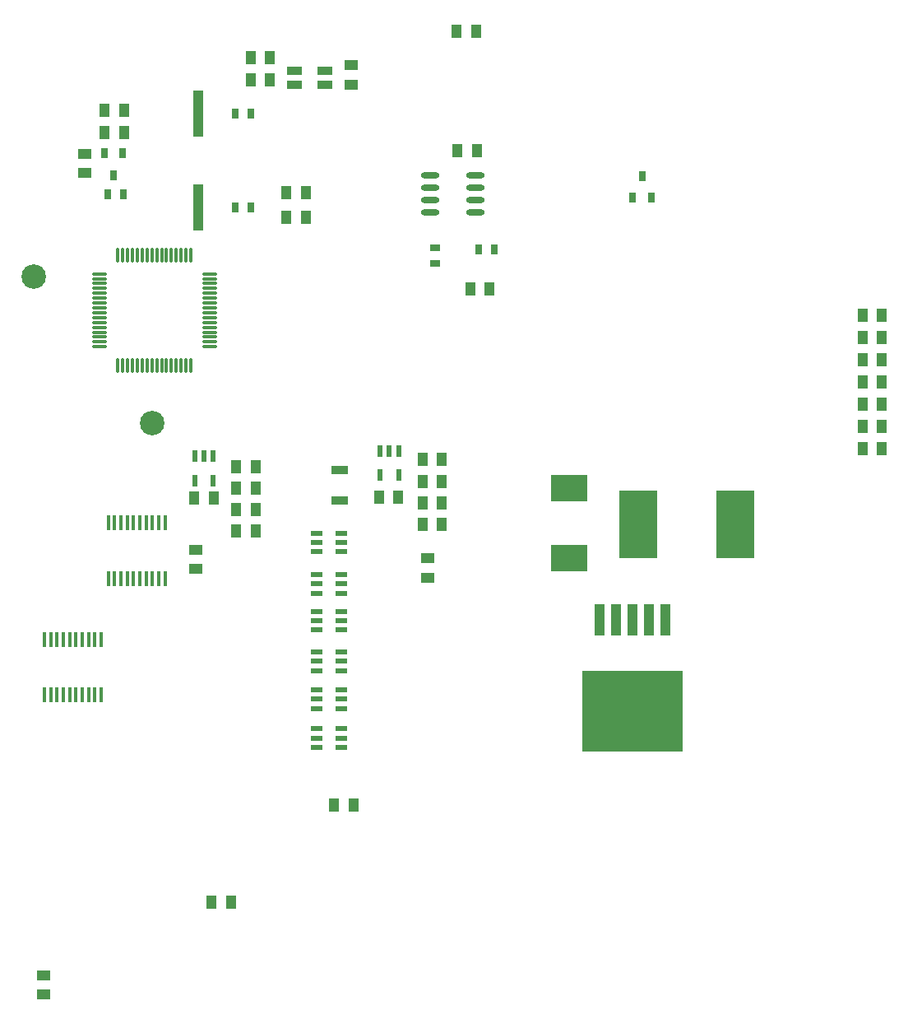
<source format=gtp>
G04*
G04 #@! TF.GenerationSoftware,Altium Limited,Altium Designer,20.0.13 (296)*
G04*
G04 Layer_Color=8421504*
%FSLAX44Y44*%
%MOMM*%
G71*
G01*
G75*
%ADD17C,2.5240*%
G04:AMPARAMS|DCode=18|XSize=1.57mm|YSize=0.41mm|CornerRadius=0.0513mm|HoleSize=0mm|Usage=FLASHONLY|Rotation=270.000|XOffset=0mm|YOffset=0mm|HoleType=Round|Shape=RoundedRectangle|*
%AMROUNDEDRECTD18*
21,1,1.5700,0.3075,0,0,270.0*
21,1,1.4675,0.4100,0,0,270.0*
1,1,0.1025,-0.1538,-0.7338*
1,1,0.1025,-0.1538,0.7338*
1,1,0.1025,0.1538,0.7338*
1,1,0.1025,0.1538,-0.7338*
%
%ADD18ROUNDEDRECTD18*%
%ADD19R,0.8000X1.1000*%
G04:AMPARAMS|DCode=20|XSize=1.47mm|YSize=0.28mm|CornerRadius=0.035mm|HoleSize=0mm|Usage=FLASHONLY|Rotation=270.000|XOffset=0mm|YOffset=0mm|HoleType=Round|Shape=RoundedRectangle|*
%AMROUNDEDRECTD20*
21,1,1.4700,0.2100,0,0,270.0*
21,1,1.4000,0.2800,0,0,270.0*
1,1,0.0700,-0.1050,-0.7000*
1,1,0.0700,-0.1050,0.7000*
1,1,0.0700,0.1050,0.7000*
1,1,0.0700,0.1050,-0.7000*
%
%ADD20ROUNDEDRECTD20*%
G04:AMPARAMS|DCode=21|XSize=1.47mm|YSize=0.28mm|CornerRadius=0.035mm|HoleSize=0mm|Usage=FLASHONLY|Rotation=0.000|XOffset=0mm|YOffset=0mm|HoleType=Round|Shape=RoundedRectangle|*
%AMROUNDEDRECTD21*
21,1,1.4700,0.2100,0,0,0.0*
21,1,1.4000,0.2800,0,0,0.0*
1,1,0.0700,0.7000,-0.1050*
1,1,0.0700,-0.7000,-0.1050*
1,1,0.0700,-0.7000,0.1050*
1,1,0.0700,0.7000,0.1050*
%
%ADD21ROUNDEDRECTD21*%
%ADD22R,1.0000X1.4000*%
%ADD23R,0.8000X1.0000*%
%ADD24R,1.4000X1.0000*%
%ADD25R,1.1000X4.8000*%
%ADD26R,1.8000X0.9000*%
%ADD27R,0.5900X1.2100*%
%ADD28R,1.0000X0.8000*%
%ADD29O,1.9000X0.6000*%
%ADD30R,1.0500X3.2000*%
%ADD31R,10.4500X8.3000*%
%ADD32R,4.0000X7.0000*%
%ADD33R,3.8100X2.7940*%
%ADD34R,1.2100X0.5800*%
%ADD35R,1.5000X0.9000*%
D17*
X163000Y700000D02*
D03*
X41000Y851000D02*
D03*
D18*
X176000Y597400D02*
D03*
X169500D02*
D03*
X163000D02*
D03*
X156500D02*
D03*
X150000D02*
D03*
X143500D02*
D03*
X137000D02*
D03*
X130500D02*
D03*
X124000D02*
D03*
X117500D02*
D03*
Y540000D02*
D03*
X124000D02*
D03*
X130500D02*
D03*
X137000D02*
D03*
X143500D02*
D03*
X150000D02*
D03*
X156500D02*
D03*
X163000D02*
D03*
X169500D02*
D03*
X176000D02*
D03*
X110250Y477700D02*
D03*
X103750D02*
D03*
X97250D02*
D03*
X90750D02*
D03*
X84250D02*
D03*
X77750D02*
D03*
X71250D02*
D03*
X64750D02*
D03*
X58250D02*
D03*
X51750D02*
D03*
Y420300D02*
D03*
X58250D02*
D03*
X64750D02*
D03*
X71250D02*
D03*
X77750D02*
D03*
X84250D02*
D03*
X90750D02*
D03*
X97250D02*
D03*
X103750D02*
D03*
X110250D02*
D03*
D19*
X132569Y977486D02*
D03*
X113569D02*
D03*
X123069Y954986D02*
D03*
X667000Y954250D02*
D03*
X676500Y931750D02*
D03*
X657500D02*
D03*
D20*
X202500Y759300D02*
D03*
X197500D02*
D03*
X192500D02*
D03*
X187500D02*
D03*
X182500D02*
D03*
X177500D02*
D03*
X172500D02*
D03*
X167500D02*
D03*
X162500D02*
D03*
X157500D02*
D03*
X152500D02*
D03*
X147500D02*
D03*
X142500D02*
D03*
X137500D02*
D03*
X132500D02*
D03*
X127500D02*
D03*
Y872700D02*
D03*
X132500D02*
D03*
X137500D02*
D03*
X142500D02*
D03*
X147500D02*
D03*
X152500D02*
D03*
X157500D02*
D03*
X162500D02*
D03*
X167500D02*
D03*
X172500D02*
D03*
X177500D02*
D03*
X182500D02*
D03*
X187500D02*
D03*
X192500D02*
D03*
X197500D02*
D03*
X202500D02*
D03*
D21*
X221700Y853500D02*
D03*
Y848500D02*
D03*
Y843500D02*
D03*
Y838500D02*
D03*
Y833500D02*
D03*
Y828500D02*
D03*
Y823500D02*
D03*
Y818500D02*
D03*
Y813500D02*
D03*
Y808500D02*
D03*
Y803500D02*
D03*
Y798500D02*
D03*
Y793500D02*
D03*
Y788500D02*
D03*
Y783500D02*
D03*
Y778500D02*
D03*
X108300D02*
D03*
Y783500D02*
D03*
Y788500D02*
D03*
Y793500D02*
D03*
Y798500D02*
D03*
Y803500D02*
D03*
Y808500D02*
D03*
Y813500D02*
D03*
Y818500D02*
D03*
Y823500D02*
D03*
Y828500D02*
D03*
Y833500D02*
D03*
Y838500D02*
D03*
Y843500D02*
D03*
Y848500D02*
D03*
Y853500D02*
D03*
D22*
X321000Y912000D02*
D03*
X301000D02*
D03*
X476000Y1103000D02*
D03*
X496000D02*
D03*
X134000Y999000D02*
D03*
X114000D02*
D03*
X134000Y1022000D02*
D03*
X114000D02*
D03*
X269000Y655000D02*
D03*
X249000D02*
D03*
Y633000D02*
D03*
X269000D02*
D03*
Y611000D02*
D03*
X249000D02*
D03*
Y589000D02*
D03*
X269000D02*
D03*
X416000Y624000D02*
D03*
X396000D02*
D03*
X441000Y663000D02*
D03*
X461000D02*
D03*
Y640000D02*
D03*
X441000D02*
D03*
Y618000D02*
D03*
X461000D02*
D03*
Y596000D02*
D03*
X441000D02*
D03*
X264000Y1053000D02*
D03*
X284000D02*
D03*
X264000Y1076000D02*
D03*
X284000D02*
D03*
X226000Y623000D02*
D03*
X206000D02*
D03*
X477000Y980000D02*
D03*
X497000D02*
D03*
X490000Y838000D02*
D03*
X510000D02*
D03*
X321000Y937000D02*
D03*
X301000D02*
D03*
X350000Y307000D02*
D03*
X370000D02*
D03*
X914000Y811000D02*
D03*
X894000D02*
D03*
X914000Y788167D02*
D03*
X894000D02*
D03*
X914000Y765333D02*
D03*
X894000D02*
D03*
X914000Y742500D02*
D03*
X894000D02*
D03*
X914000Y719667D02*
D03*
X894000D02*
D03*
X914000Y696833D02*
D03*
X894000D02*
D03*
X914000Y674000D02*
D03*
X894000D02*
D03*
X224000Y207000D02*
D03*
X244000D02*
D03*
D23*
X264000Y922000D02*
D03*
X248000D02*
D03*
X264000Y1018000D02*
D03*
X248000D02*
D03*
X117000Y935000D02*
D03*
X133000D02*
D03*
X499000Y879000D02*
D03*
X515000D02*
D03*
D24*
X93000Y977000D02*
D03*
Y957000D02*
D03*
X368000Y1068000D02*
D03*
Y1048000D02*
D03*
X208000Y570000D02*
D03*
Y550000D02*
D03*
X51000Y132000D02*
D03*
Y112000D02*
D03*
X446000Y561000D02*
D03*
Y541000D02*
D03*
D25*
X210000Y922000D02*
D03*
Y1018000D02*
D03*
D26*
X356000Y652000D02*
D03*
Y620000D02*
D03*
D27*
X416500Y671550D02*
D03*
X407000D02*
D03*
X397500D02*
D03*
Y646450D02*
D03*
X416500D02*
D03*
X225500Y666000D02*
D03*
X216000D02*
D03*
X206500D02*
D03*
Y640900D02*
D03*
X225500D02*
D03*
D28*
X454000Y880000D02*
D03*
Y864000D02*
D03*
D29*
X448500Y955050D02*
D03*
Y942350D02*
D03*
Y929650D02*
D03*
Y916950D02*
D03*
X495500Y955050D02*
D03*
Y942350D02*
D03*
Y929650D02*
D03*
Y916950D02*
D03*
D30*
X691000Y498000D02*
D03*
X674000D02*
D03*
X657000D02*
D03*
X640000D02*
D03*
X623000D02*
D03*
D31*
X657000Y403500D02*
D03*
D32*
X763000Y596000D02*
D03*
X663000D02*
D03*
D33*
X592000Y561315D02*
D03*
Y632685D02*
D03*
D34*
X357550Y366500D02*
D03*
Y376000D02*
D03*
Y385500D02*
D03*
X332450Y366500D02*
D03*
Y376000D02*
D03*
Y385500D02*
D03*
X357550Y406500D02*
D03*
Y416000D02*
D03*
Y425500D02*
D03*
X332450Y406500D02*
D03*
Y416000D02*
D03*
Y425500D02*
D03*
X357550Y445500D02*
D03*
Y455000D02*
D03*
Y464500D02*
D03*
X332450Y445500D02*
D03*
Y455000D02*
D03*
Y464500D02*
D03*
X357550Y487500D02*
D03*
Y497000D02*
D03*
Y506500D02*
D03*
X332450Y487500D02*
D03*
Y497000D02*
D03*
Y506500D02*
D03*
X357550Y525000D02*
D03*
Y534500D02*
D03*
Y544000D02*
D03*
X332450Y525000D02*
D03*
Y534500D02*
D03*
Y544000D02*
D03*
X357550Y567500D02*
D03*
Y577000D02*
D03*
Y586500D02*
D03*
X332450Y567500D02*
D03*
Y577000D02*
D03*
Y586500D02*
D03*
D35*
X340500Y1062000D02*
D03*
Y1048000D02*
D03*
X309500D02*
D03*
Y1062000D02*
D03*
M02*

</source>
